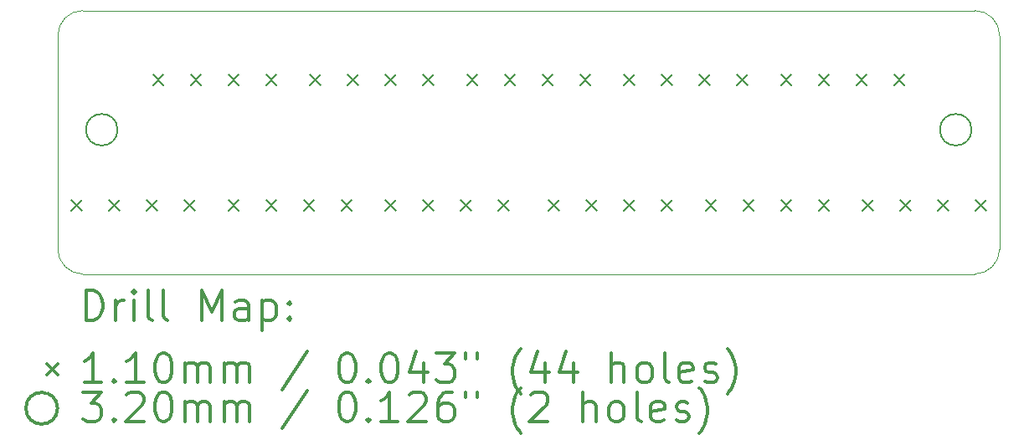
<source format=gbr>
%FSLAX45Y45*%
G04 Gerber Fmt 4.5, Leading zero omitted, Abs format (unit mm)*
G04 Created by KiCad (PCBNEW (5.1.9)-1) date 2021-10-13 12:16:13*
%MOMM*%
%LPD*%
G01*
G04 APERTURE LIST*
%TA.AperFunction,Profile*%
%ADD10C,0.050000*%
%TD*%
%ADD11C,0.200000*%
%ADD12C,0.300000*%
G04 APERTURE END LIST*
D10*
X6921500Y-8318500D02*
G75*
G02*
X6667500Y-8064500I0J254000D01*
G01*
X16192500Y-8064500D02*
G75*
G02*
X15938500Y-8318500I-254000J0D01*
G01*
X15938500Y-5651500D02*
G75*
G02*
X16192500Y-5905500I0J-254000D01*
G01*
X6667500Y-5905500D02*
G75*
G02*
X6921500Y-5651500I254000J0D01*
G01*
X6667500Y-8064500D02*
X6667500Y-5905500D01*
X15938500Y-8318500D02*
X6921500Y-8318500D01*
X16192500Y-5905500D02*
X16192500Y-8064500D01*
X6921500Y-5651500D02*
X15938500Y-5651500D01*
D11*
X6803000Y-7565000D02*
X6913000Y-7675000D01*
X6913000Y-7565000D02*
X6803000Y-7675000D01*
X7184000Y-7565000D02*
X7294000Y-7675000D01*
X7294000Y-7565000D02*
X7184000Y-7675000D01*
X7565000Y-7565000D02*
X7675000Y-7675000D01*
X7675000Y-7565000D02*
X7565000Y-7675000D01*
X7628500Y-6295000D02*
X7738500Y-6405000D01*
X7738500Y-6295000D02*
X7628500Y-6405000D01*
X7946000Y-7565000D02*
X8056000Y-7675000D01*
X8056000Y-7565000D02*
X7946000Y-7675000D01*
X8009500Y-6295000D02*
X8119500Y-6405000D01*
X8119500Y-6295000D02*
X8009500Y-6405000D01*
X8390500Y-6295000D02*
X8500500Y-6405000D01*
X8500500Y-6295000D02*
X8390500Y-6405000D01*
X8390500Y-7565000D02*
X8500500Y-7675000D01*
X8500500Y-7565000D02*
X8390500Y-7675000D01*
X8771500Y-6295000D02*
X8881500Y-6405000D01*
X8881500Y-6295000D02*
X8771500Y-6405000D01*
X8771500Y-7565000D02*
X8881500Y-7675000D01*
X8881500Y-7565000D02*
X8771500Y-7675000D01*
X9152500Y-7565000D02*
X9262500Y-7675000D01*
X9262500Y-7565000D02*
X9152500Y-7675000D01*
X9216000Y-6295000D02*
X9326000Y-6405000D01*
X9326000Y-6295000D02*
X9216000Y-6405000D01*
X9533500Y-7565000D02*
X9643500Y-7675000D01*
X9643500Y-7565000D02*
X9533500Y-7675000D01*
X9597000Y-6295000D02*
X9707000Y-6405000D01*
X9707000Y-6295000D02*
X9597000Y-6405000D01*
X9978000Y-6295000D02*
X10088000Y-6405000D01*
X10088000Y-6295000D02*
X9978000Y-6405000D01*
X9978000Y-7565000D02*
X10088000Y-7675000D01*
X10088000Y-7565000D02*
X9978000Y-7675000D01*
X10359000Y-6295000D02*
X10469000Y-6405000D01*
X10469000Y-6295000D02*
X10359000Y-6405000D01*
X10359000Y-7565000D02*
X10469000Y-7675000D01*
X10469000Y-7565000D02*
X10359000Y-7675000D01*
X10740000Y-7565000D02*
X10850000Y-7675000D01*
X10850000Y-7565000D02*
X10740000Y-7675000D01*
X10803500Y-6295000D02*
X10913500Y-6405000D01*
X10913500Y-6295000D02*
X10803500Y-6405000D01*
X11121000Y-7565000D02*
X11231000Y-7675000D01*
X11231000Y-7565000D02*
X11121000Y-7675000D01*
X11184500Y-6295000D02*
X11294500Y-6405000D01*
X11294500Y-6295000D02*
X11184500Y-6405000D01*
X11565500Y-6295000D02*
X11675500Y-6405000D01*
X11675500Y-6295000D02*
X11565500Y-6405000D01*
X11629000Y-7565000D02*
X11739000Y-7675000D01*
X11739000Y-7565000D02*
X11629000Y-7675000D01*
X11946500Y-6295000D02*
X12056500Y-6405000D01*
X12056500Y-6295000D02*
X11946500Y-6405000D01*
X12010000Y-7565000D02*
X12120000Y-7675000D01*
X12120000Y-7565000D02*
X12010000Y-7675000D01*
X12391000Y-6295000D02*
X12501000Y-6405000D01*
X12501000Y-6295000D02*
X12391000Y-6405000D01*
X12391000Y-7565000D02*
X12501000Y-7675000D01*
X12501000Y-7565000D02*
X12391000Y-7675000D01*
X12772000Y-6295000D02*
X12882000Y-6405000D01*
X12882000Y-6295000D02*
X12772000Y-6405000D01*
X12772000Y-7565000D02*
X12882000Y-7675000D01*
X12882000Y-7565000D02*
X12772000Y-7675000D01*
X13153000Y-6295000D02*
X13263000Y-6405000D01*
X13263000Y-6295000D02*
X13153000Y-6405000D01*
X13216500Y-7565000D02*
X13326500Y-7675000D01*
X13326500Y-7565000D02*
X13216500Y-7675000D01*
X13534000Y-6295000D02*
X13644000Y-6405000D01*
X13644000Y-6295000D02*
X13534000Y-6405000D01*
X13597500Y-7565000D02*
X13707500Y-7675000D01*
X13707500Y-7565000D02*
X13597500Y-7675000D01*
X13978500Y-6295000D02*
X14088500Y-6405000D01*
X14088500Y-6295000D02*
X13978500Y-6405000D01*
X13978500Y-7565000D02*
X14088500Y-7675000D01*
X14088500Y-7565000D02*
X13978500Y-7675000D01*
X14359500Y-6295000D02*
X14469500Y-6405000D01*
X14469500Y-6295000D02*
X14359500Y-6405000D01*
X14359500Y-7565000D02*
X14469500Y-7675000D01*
X14469500Y-7565000D02*
X14359500Y-7675000D01*
X14740500Y-6295000D02*
X14850500Y-6405000D01*
X14850500Y-6295000D02*
X14740500Y-6405000D01*
X14804000Y-7565000D02*
X14914000Y-7675000D01*
X14914000Y-7565000D02*
X14804000Y-7675000D01*
X15121500Y-6295000D02*
X15231500Y-6405000D01*
X15231500Y-6295000D02*
X15121500Y-6405000D01*
X15185000Y-7565000D02*
X15295000Y-7675000D01*
X15295000Y-7565000D02*
X15185000Y-7675000D01*
X15566000Y-7565000D02*
X15676000Y-7675000D01*
X15676000Y-7565000D02*
X15566000Y-7675000D01*
X15947000Y-7565000D02*
X16057000Y-7675000D01*
X16057000Y-7565000D02*
X15947000Y-7675000D01*
X7272000Y-6858000D02*
G75*
G03*
X7272000Y-6858000I-160000J0D01*
G01*
X15908000Y-6858000D02*
G75*
G03*
X15908000Y-6858000I-160000J0D01*
G01*
D12*
X6951428Y-8786714D02*
X6951428Y-8486714D01*
X7022857Y-8486714D01*
X7065714Y-8501000D01*
X7094286Y-8529572D01*
X7108571Y-8558143D01*
X7122857Y-8615286D01*
X7122857Y-8658143D01*
X7108571Y-8715286D01*
X7094286Y-8743857D01*
X7065714Y-8772429D01*
X7022857Y-8786714D01*
X6951428Y-8786714D01*
X7251428Y-8786714D02*
X7251428Y-8586714D01*
X7251428Y-8643857D02*
X7265714Y-8615286D01*
X7280000Y-8601000D01*
X7308571Y-8586714D01*
X7337143Y-8586714D01*
X7437143Y-8786714D02*
X7437143Y-8586714D01*
X7437143Y-8486714D02*
X7422857Y-8501000D01*
X7437143Y-8515286D01*
X7451428Y-8501000D01*
X7437143Y-8486714D01*
X7437143Y-8515286D01*
X7622857Y-8786714D02*
X7594286Y-8772429D01*
X7580000Y-8743857D01*
X7580000Y-8486714D01*
X7780000Y-8786714D02*
X7751428Y-8772429D01*
X7737143Y-8743857D01*
X7737143Y-8486714D01*
X8122857Y-8786714D02*
X8122857Y-8486714D01*
X8222857Y-8701000D01*
X8322857Y-8486714D01*
X8322857Y-8786714D01*
X8594286Y-8786714D02*
X8594286Y-8629572D01*
X8580000Y-8601000D01*
X8551428Y-8586714D01*
X8494286Y-8586714D01*
X8465714Y-8601000D01*
X8594286Y-8772429D02*
X8565714Y-8786714D01*
X8494286Y-8786714D01*
X8465714Y-8772429D01*
X8451428Y-8743857D01*
X8451428Y-8715286D01*
X8465714Y-8686714D01*
X8494286Y-8672429D01*
X8565714Y-8672429D01*
X8594286Y-8658143D01*
X8737143Y-8586714D02*
X8737143Y-8886714D01*
X8737143Y-8601000D02*
X8765714Y-8586714D01*
X8822857Y-8586714D01*
X8851428Y-8601000D01*
X8865714Y-8615286D01*
X8880000Y-8643857D01*
X8880000Y-8729572D01*
X8865714Y-8758143D01*
X8851428Y-8772429D01*
X8822857Y-8786714D01*
X8765714Y-8786714D01*
X8737143Y-8772429D01*
X9008571Y-8758143D02*
X9022857Y-8772429D01*
X9008571Y-8786714D01*
X8994286Y-8772429D01*
X9008571Y-8758143D01*
X9008571Y-8786714D01*
X9008571Y-8601000D02*
X9022857Y-8615286D01*
X9008571Y-8629572D01*
X8994286Y-8615286D01*
X9008571Y-8601000D01*
X9008571Y-8629572D01*
X6555000Y-9226000D02*
X6665000Y-9336000D01*
X6665000Y-9226000D02*
X6555000Y-9336000D01*
X7108571Y-9416714D02*
X6937143Y-9416714D01*
X7022857Y-9416714D02*
X7022857Y-9116714D01*
X6994286Y-9159572D01*
X6965714Y-9188143D01*
X6937143Y-9202429D01*
X7237143Y-9388143D02*
X7251428Y-9402429D01*
X7237143Y-9416714D01*
X7222857Y-9402429D01*
X7237143Y-9388143D01*
X7237143Y-9416714D01*
X7537143Y-9416714D02*
X7365714Y-9416714D01*
X7451428Y-9416714D02*
X7451428Y-9116714D01*
X7422857Y-9159572D01*
X7394286Y-9188143D01*
X7365714Y-9202429D01*
X7722857Y-9116714D02*
X7751428Y-9116714D01*
X7780000Y-9131000D01*
X7794286Y-9145286D01*
X7808571Y-9173857D01*
X7822857Y-9231000D01*
X7822857Y-9302429D01*
X7808571Y-9359572D01*
X7794286Y-9388143D01*
X7780000Y-9402429D01*
X7751428Y-9416714D01*
X7722857Y-9416714D01*
X7694286Y-9402429D01*
X7680000Y-9388143D01*
X7665714Y-9359572D01*
X7651428Y-9302429D01*
X7651428Y-9231000D01*
X7665714Y-9173857D01*
X7680000Y-9145286D01*
X7694286Y-9131000D01*
X7722857Y-9116714D01*
X7951428Y-9416714D02*
X7951428Y-9216714D01*
X7951428Y-9245286D02*
X7965714Y-9231000D01*
X7994286Y-9216714D01*
X8037143Y-9216714D01*
X8065714Y-9231000D01*
X8080000Y-9259572D01*
X8080000Y-9416714D01*
X8080000Y-9259572D02*
X8094286Y-9231000D01*
X8122857Y-9216714D01*
X8165714Y-9216714D01*
X8194286Y-9231000D01*
X8208571Y-9259572D01*
X8208571Y-9416714D01*
X8351428Y-9416714D02*
X8351428Y-9216714D01*
X8351428Y-9245286D02*
X8365714Y-9231000D01*
X8394286Y-9216714D01*
X8437143Y-9216714D01*
X8465714Y-9231000D01*
X8480000Y-9259572D01*
X8480000Y-9416714D01*
X8480000Y-9259572D02*
X8494286Y-9231000D01*
X8522857Y-9216714D01*
X8565714Y-9216714D01*
X8594286Y-9231000D01*
X8608571Y-9259572D01*
X8608571Y-9416714D01*
X9194286Y-9102429D02*
X8937143Y-9488143D01*
X9580000Y-9116714D02*
X9608571Y-9116714D01*
X9637143Y-9131000D01*
X9651428Y-9145286D01*
X9665714Y-9173857D01*
X9680000Y-9231000D01*
X9680000Y-9302429D01*
X9665714Y-9359572D01*
X9651428Y-9388143D01*
X9637143Y-9402429D01*
X9608571Y-9416714D01*
X9580000Y-9416714D01*
X9551428Y-9402429D01*
X9537143Y-9388143D01*
X9522857Y-9359572D01*
X9508571Y-9302429D01*
X9508571Y-9231000D01*
X9522857Y-9173857D01*
X9537143Y-9145286D01*
X9551428Y-9131000D01*
X9580000Y-9116714D01*
X9808571Y-9388143D02*
X9822857Y-9402429D01*
X9808571Y-9416714D01*
X9794286Y-9402429D01*
X9808571Y-9388143D01*
X9808571Y-9416714D01*
X10008571Y-9116714D02*
X10037143Y-9116714D01*
X10065714Y-9131000D01*
X10080000Y-9145286D01*
X10094286Y-9173857D01*
X10108571Y-9231000D01*
X10108571Y-9302429D01*
X10094286Y-9359572D01*
X10080000Y-9388143D01*
X10065714Y-9402429D01*
X10037143Y-9416714D01*
X10008571Y-9416714D01*
X9980000Y-9402429D01*
X9965714Y-9388143D01*
X9951428Y-9359572D01*
X9937143Y-9302429D01*
X9937143Y-9231000D01*
X9951428Y-9173857D01*
X9965714Y-9145286D01*
X9980000Y-9131000D01*
X10008571Y-9116714D01*
X10365714Y-9216714D02*
X10365714Y-9416714D01*
X10294286Y-9102429D02*
X10222857Y-9316714D01*
X10408571Y-9316714D01*
X10494286Y-9116714D02*
X10680000Y-9116714D01*
X10580000Y-9231000D01*
X10622857Y-9231000D01*
X10651428Y-9245286D01*
X10665714Y-9259572D01*
X10680000Y-9288143D01*
X10680000Y-9359572D01*
X10665714Y-9388143D01*
X10651428Y-9402429D01*
X10622857Y-9416714D01*
X10537143Y-9416714D01*
X10508571Y-9402429D01*
X10494286Y-9388143D01*
X10794286Y-9116714D02*
X10794286Y-9173857D01*
X10908571Y-9116714D02*
X10908571Y-9173857D01*
X11351428Y-9531000D02*
X11337143Y-9516714D01*
X11308571Y-9473857D01*
X11294286Y-9445286D01*
X11280000Y-9402429D01*
X11265714Y-9331000D01*
X11265714Y-9273857D01*
X11280000Y-9202429D01*
X11294286Y-9159572D01*
X11308571Y-9131000D01*
X11337143Y-9088143D01*
X11351428Y-9073857D01*
X11594286Y-9216714D02*
X11594286Y-9416714D01*
X11522857Y-9102429D02*
X11451428Y-9316714D01*
X11637143Y-9316714D01*
X11880000Y-9216714D02*
X11880000Y-9416714D01*
X11808571Y-9102429D02*
X11737143Y-9316714D01*
X11922857Y-9316714D01*
X12265714Y-9416714D02*
X12265714Y-9116714D01*
X12394286Y-9416714D02*
X12394286Y-9259572D01*
X12380000Y-9231000D01*
X12351428Y-9216714D01*
X12308571Y-9216714D01*
X12280000Y-9231000D01*
X12265714Y-9245286D01*
X12580000Y-9416714D02*
X12551428Y-9402429D01*
X12537143Y-9388143D01*
X12522857Y-9359572D01*
X12522857Y-9273857D01*
X12537143Y-9245286D01*
X12551428Y-9231000D01*
X12580000Y-9216714D01*
X12622857Y-9216714D01*
X12651428Y-9231000D01*
X12665714Y-9245286D01*
X12680000Y-9273857D01*
X12680000Y-9359572D01*
X12665714Y-9388143D01*
X12651428Y-9402429D01*
X12622857Y-9416714D01*
X12580000Y-9416714D01*
X12851428Y-9416714D02*
X12822857Y-9402429D01*
X12808571Y-9373857D01*
X12808571Y-9116714D01*
X13080000Y-9402429D02*
X13051428Y-9416714D01*
X12994286Y-9416714D01*
X12965714Y-9402429D01*
X12951428Y-9373857D01*
X12951428Y-9259572D01*
X12965714Y-9231000D01*
X12994286Y-9216714D01*
X13051428Y-9216714D01*
X13080000Y-9231000D01*
X13094286Y-9259572D01*
X13094286Y-9288143D01*
X12951428Y-9316714D01*
X13208571Y-9402429D02*
X13237143Y-9416714D01*
X13294286Y-9416714D01*
X13322857Y-9402429D01*
X13337143Y-9373857D01*
X13337143Y-9359572D01*
X13322857Y-9331000D01*
X13294286Y-9316714D01*
X13251428Y-9316714D01*
X13222857Y-9302429D01*
X13208571Y-9273857D01*
X13208571Y-9259572D01*
X13222857Y-9231000D01*
X13251428Y-9216714D01*
X13294286Y-9216714D01*
X13322857Y-9231000D01*
X13437143Y-9531000D02*
X13451428Y-9516714D01*
X13480000Y-9473857D01*
X13494286Y-9445286D01*
X13508571Y-9402429D01*
X13522857Y-9331000D01*
X13522857Y-9273857D01*
X13508571Y-9202429D01*
X13494286Y-9159572D01*
X13480000Y-9131000D01*
X13451428Y-9088143D01*
X13437143Y-9073857D01*
X6665000Y-9677000D02*
G75*
G03*
X6665000Y-9677000I-160000J0D01*
G01*
X6922857Y-9512714D02*
X7108571Y-9512714D01*
X7008571Y-9627000D01*
X7051428Y-9627000D01*
X7080000Y-9641286D01*
X7094286Y-9655572D01*
X7108571Y-9684143D01*
X7108571Y-9755572D01*
X7094286Y-9784143D01*
X7080000Y-9798429D01*
X7051428Y-9812714D01*
X6965714Y-9812714D01*
X6937143Y-9798429D01*
X6922857Y-9784143D01*
X7237143Y-9784143D02*
X7251428Y-9798429D01*
X7237143Y-9812714D01*
X7222857Y-9798429D01*
X7237143Y-9784143D01*
X7237143Y-9812714D01*
X7365714Y-9541286D02*
X7380000Y-9527000D01*
X7408571Y-9512714D01*
X7480000Y-9512714D01*
X7508571Y-9527000D01*
X7522857Y-9541286D01*
X7537143Y-9569857D01*
X7537143Y-9598429D01*
X7522857Y-9641286D01*
X7351428Y-9812714D01*
X7537143Y-9812714D01*
X7722857Y-9512714D02*
X7751428Y-9512714D01*
X7780000Y-9527000D01*
X7794286Y-9541286D01*
X7808571Y-9569857D01*
X7822857Y-9627000D01*
X7822857Y-9698429D01*
X7808571Y-9755572D01*
X7794286Y-9784143D01*
X7780000Y-9798429D01*
X7751428Y-9812714D01*
X7722857Y-9812714D01*
X7694286Y-9798429D01*
X7680000Y-9784143D01*
X7665714Y-9755572D01*
X7651428Y-9698429D01*
X7651428Y-9627000D01*
X7665714Y-9569857D01*
X7680000Y-9541286D01*
X7694286Y-9527000D01*
X7722857Y-9512714D01*
X7951428Y-9812714D02*
X7951428Y-9612714D01*
X7951428Y-9641286D02*
X7965714Y-9627000D01*
X7994286Y-9612714D01*
X8037143Y-9612714D01*
X8065714Y-9627000D01*
X8080000Y-9655572D01*
X8080000Y-9812714D01*
X8080000Y-9655572D02*
X8094286Y-9627000D01*
X8122857Y-9612714D01*
X8165714Y-9612714D01*
X8194286Y-9627000D01*
X8208571Y-9655572D01*
X8208571Y-9812714D01*
X8351428Y-9812714D02*
X8351428Y-9612714D01*
X8351428Y-9641286D02*
X8365714Y-9627000D01*
X8394286Y-9612714D01*
X8437143Y-9612714D01*
X8465714Y-9627000D01*
X8480000Y-9655572D01*
X8480000Y-9812714D01*
X8480000Y-9655572D02*
X8494286Y-9627000D01*
X8522857Y-9612714D01*
X8565714Y-9612714D01*
X8594286Y-9627000D01*
X8608571Y-9655572D01*
X8608571Y-9812714D01*
X9194286Y-9498429D02*
X8937143Y-9884143D01*
X9580000Y-9512714D02*
X9608571Y-9512714D01*
X9637143Y-9527000D01*
X9651428Y-9541286D01*
X9665714Y-9569857D01*
X9680000Y-9627000D01*
X9680000Y-9698429D01*
X9665714Y-9755572D01*
X9651428Y-9784143D01*
X9637143Y-9798429D01*
X9608571Y-9812714D01*
X9580000Y-9812714D01*
X9551428Y-9798429D01*
X9537143Y-9784143D01*
X9522857Y-9755572D01*
X9508571Y-9698429D01*
X9508571Y-9627000D01*
X9522857Y-9569857D01*
X9537143Y-9541286D01*
X9551428Y-9527000D01*
X9580000Y-9512714D01*
X9808571Y-9784143D02*
X9822857Y-9798429D01*
X9808571Y-9812714D01*
X9794286Y-9798429D01*
X9808571Y-9784143D01*
X9808571Y-9812714D01*
X10108571Y-9812714D02*
X9937143Y-9812714D01*
X10022857Y-9812714D02*
X10022857Y-9512714D01*
X9994286Y-9555572D01*
X9965714Y-9584143D01*
X9937143Y-9598429D01*
X10222857Y-9541286D02*
X10237143Y-9527000D01*
X10265714Y-9512714D01*
X10337143Y-9512714D01*
X10365714Y-9527000D01*
X10380000Y-9541286D01*
X10394286Y-9569857D01*
X10394286Y-9598429D01*
X10380000Y-9641286D01*
X10208571Y-9812714D01*
X10394286Y-9812714D01*
X10651428Y-9512714D02*
X10594286Y-9512714D01*
X10565714Y-9527000D01*
X10551428Y-9541286D01*
X10522857Y-9584143D01*
X10508571Y-9641286D01*
X10508571Y-9755572D01*
X10522857Y-9784143D01*
X10537143Y-9798429D01*
X10565714Y-9812714D01*
X10622857Y-9812714D01*
X10651428Y-9798429D01*
X10665714Y-9784143D01*
X10680000Y-9755572D01*
X10680000Y-9684143D01*
X10665714Y-9655572D01*
X10651428Y-9641286D01*
X10622857Y-9627000D01*
X10565714Y-9627000D01*
X10537143Y-9641286D01*
X10522857Y-9655572D01*
X10508571Y-9684143D01*
X10794286Y-9512714D02*
X10794286Y-9569857D01*
X10908571Y-9512714D02*
X10908571Y-9569857D01*
X11351428Y-9927000D02*
X11337143Y-9912714D01*
X11308571Y-9869857D01*
X11294286Y-9841286D01*
X11280000Y-9798429D01*
X11265714Y-9727000D01*
X11265714Y-9669857D01*
X11280000Y-9598429D01*
X11294286Y-9555572D01*
X11308571Y-9527000D01*
X11337143Y-9484143D01*
X11351428Y-9469857D01*
X11451428Y-9541286D02*
X11465714Y-9527000D01*
X11494286Y-9512714D01*
X11565714Y-9512714D01*
X11594286Y-9527000D01*
X11608571Y-9541286D01*
X11622857Y-9569857D01*
X11622857Y-9598429D01*
X11608571Y-9641286D01*
X11437143Y-9812714D01*
X11622857Y-9812714D01*
X11980000Y-9812714D02*
X11980000Y-9512714D01*
X12108571Y-9812714D02*
X12108571Y-9655572D01*
X12094286Y-9627000D01*
X12065714Y-9612714D01*
X12022857Y-9612714D01*
X11994286Y-9627000D01*
X11980000Y-9641286D01*
X12294286Y-9812714D02*
X12265714Y-9798429D01*
X12251428Y-9784143D01*
X12237143Y-9755572D01*
X12237143Y-9669857D01*
X12251428Y-9641286D01*
X12265714Y-9627000D01*
X12294286Y-9612714D01*
X12337143Y-9612714D01*
X12365714Y-9627000D01*
X12380000Y-9641286D01*
X12394286Y-9669857D01*
X12394286Y-9755572D01*
X12380000Y-9784143D01*
X12365714Y-9798429D01*
X12337143Y-9812714D01*
X12294286Y-9812714D01*
X12565714Y-9812714D02*
X12537143Y-9798429D01*
X12522857Y-9769857D01*
X12522857Y-9512714D01*
X12794286Y-9798429D02*
X12765714Y-9812714D01*
X12708571Y-9812714D01*
X12680000Y-9798429D01*
X12665714Y-9769857D01*
X12665714Y-9655572D01*
X12680000Y-9627000D01*
X12708571Y-9612714D01*
X12765714Y-9612714D01*
X12794286Y-9627000D01*
X12808571Y-9655572D01*
X12808571Y-9684143D01*
X12665714Y-9712714D01*
X12922857Y-9798429D02*
X12951428Y-9812714D01*
X13008571Y-9812714D01*
X13037143Y-9798429D01*
X13051428Y-9769857D01*
X13051428Y-9755572D01*
X13037143Y-9727000D01*
X13008571Y-9712714D01*
X12965714Y-9712714D01*
X12937143Y-9698429D01*
X12922857Y-9669857D01*
X12922857Y-9655572D01*
X12937143Y-9627000D01*
X12965714Y-9612714D01*
X13008571Y-9612714D01*
X13037143Y-9627000D01*
X13151428Y-9927000D02*
X13165714Y-9912714D01*
X13194286Y-9869857D01*
X13208571Y-9841286D01*
X13222857Y-9798429D01*
X13237143Y-9727000D01*
X13237143Y-9669857D01*
X13222857Y-9598429D01*
X13208571Y-9555572D01*
X13194286Y-9527000D01*
X13165714Y-9484143D01*
X13151428Y-9469857D01*
M02*

</source>
